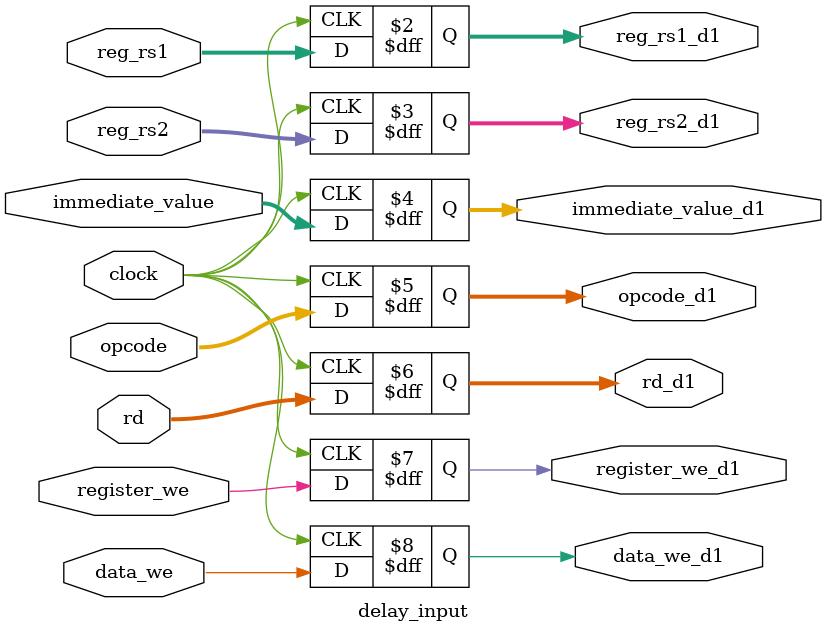
<source format=v>
module delay_input(reg_rs1_d1,reg_rs2_d1,opcode_d1,rd_d1,immediate_value_d1,register_we_d1,data_we_d1,reg_rs1,reg_rs2,rd,immediate_value,opcode,register_we,data_we,clock);
output reg [31:0] reg_rs1_d1,reg_rs2_d1,immediate_value_d1;
output reg [5:0] opcode_d1;
output reg[4:0] rd_d1;
output reg register_we_d1,data_we_d1;
input [31:0] reg_rs1,reg_rs2,immediate_value;
input[5:0] opcode;
input [4:0] rd;
input clock,register_we,data_we;

always@(posedge clock)
begin
 reg_rs1_d1 <= reg_rs1;
 reg_rs2_d1 <= reg_rs2;
 immediate_value_d1 <= immediate_value;
 opcode_d1 <= opcode;
 rd_d1 <= rd;
 register_we_d1 <= register_we;
 data_we_d1 <= data_we;
end
endmodule

</source>
